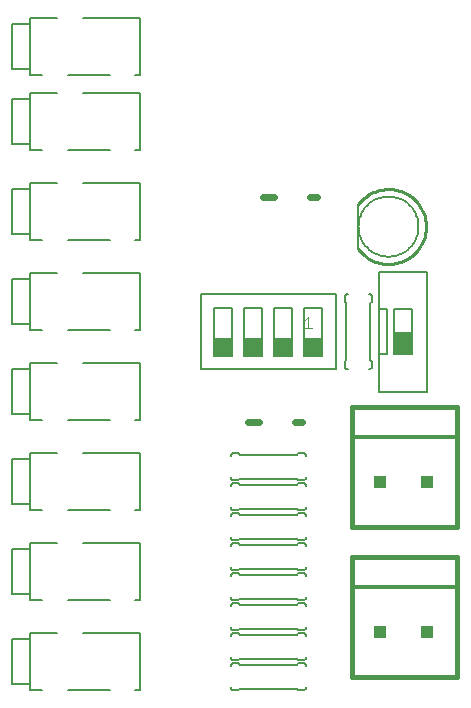
<source format=gto>
G75*
G70*
%OFA0B0*%
%FSLAX24Y24*%
%IPPOS*%
%LPD*%
%AMOC8*
5,1,8,0,0,1.08239X$1,22.5*
%
%ADD10C,0.0060*%
%ADD11C,0.0030*%
%ADD12R,0.0600X0.0600*%
%ADD13C,0.0080*%
%ADD14C,0.0100*%
%ADD15C,0.0240*%
%ADD16R,0.0600X0.0750*%
%ADD17C,0.0160*%
%ADD18C,0.0120*%
%ADD19R,0.0400X0.0400*%
D10*
X007525Y002150D02*
X007675Y002150D01*
X007725Y002200D01*
X009625Y002200D01*
X009675Y002150D01*
X009825Y002150D01*
X009842Y002152D01*
X009859Y002156D01*
X009875Y002163D01*
X009889Y002173D01*
X009902Y002186D01*
X009912Y002200D01*
X009919Y002216D01*
X009923Y002233D01*
X009925Y002250D01*
X009925Y002950D02*
X009923Y002967D01*
X009919Y002984D01*
X009912Y003000D01*
X009902Y003014D01*
X009889Y003027D01*
X009875Y003037D01*
X009859Y003044D01*
X009842Y003048D01*
X009825Y003050D01*
X009675Y003050D01*
X009625Y003000D01*
X007725Y003000D01*
X007675Y003050D01*
X007525Y003050D01*
X007508Y003048D01*
X007491Y003044D01*
X007475Y003037D01*
X007461Y003027D01*
X007448Y003014D01*
X007438Y003000D01*
X007431Y002984D01*
X007427Y002967D01*
X007425Y002950D01*
X007525Y003150D02*
X007675Y003150D01*
X007725Y003200D01*
X009625Y003200D01*
X009675Y003150D01*
X009825Y003150D01*
X009842Y003152D01*
X009859Y003156D01*
X009875Y003163D01*
X009889Y003173D01*
X009902Y003186D01*
X009912Y003200D01*
X009919Y003216D01*
X009923Y003233D01*
X009925Y003250D01*
X009925Y003950D02*
X009923Y003967D01*
X009919Y003984D01*
X009912Y004000D01*
X009902Y004014D01*
X009889Y004027D01*
X009875Y004037D01*
X009859Y004044D01*
X009842Y004048D01*
X009825Y004050D01*
X009675Y004050D01*
X009625Y004000D01*
X007725Y004000D01*
X007675Y004050D01*
X007525Y004050D01*
X007508Y004048D01*
X007491Y004044D01*
X007475Y004037D01*
X007461Y004027D01*
X007448Y004014D01*
X007438Y004000D01*
X007431Y003984D01*
X007427Y003967D01*
X007425Y003950D01*
X007525Y004150D02*
X007675Y004150D01*
X007725Y004200D01*
X009625Y004200D01*
X009675Y004150D01*
X009825Y004150D01*
X009842Y004152D01*
X009859Y004156D01*
X009875Y004163D01*
X009889Y004173D01*
X009902Y004186D01*
X009912Y004200D01*
X009919Y004216D01*
X009923Y004233D01*
X009925Y004250D01*
X009925Y004950D02*
X009923Y004967D01*
X009919Y004984D01*
X009912Y005000D01*
X009902Y005014D01*
X009889Y005027D01*
X009875Y005037D01*
X009859Y005044D01*
X009842Y005048D01*
X009825Y005050D01*
X009675Y005050D01*
X009625Y005000D01*
X007725Y005000D01*
X007675Y005050D01*
X007525Y005050D01*
X007508Y005048D01*
X007491Y005044D01*
X007475Y005037D01*
X007461Y005027D01*
X007448Y005014D01*
X007438Y005000D01*
X007431Y004984D01*
X007427Y004967D01*
X007425Y004950D01*
X007525Y005150D02*
X007675Y005150D01*
X007725Y005200D01*
X009625Y005200D01*
X009675Y005150D01*
X009825Y005150D01*
X009842Y005152D01*
X009859Y005156D01*
X009875Y005163D01*
X009889Y005173D01*
X009902Y005186D01*
X009912Y005200D01*
X009919Y005216D01*
X009923Y005233D01*
X009925Y005250D01*
X009925Y005950D02*
X009923Y005967D01*
X009919Y005984D01*
X009912Y006000D01*
X009902Y006014D01*
X009889Y006027D01*
X009875Y006037D01*
X009859Y006044D01*
X009842Y006048D01*
X009825Y006050D01*
X009675Y006050D01*
X009625Y006000D01*
X007725Y006000D01*
X007675Y006050D01*
X007525Y006050D01*
X007508Y006048D01*
X007491Y006044D01*
X007475Y006037D01*
X007461Y006027D01*
X007448Y006014D01*
X007438Y006000D01*
X007431Y005984D01*
X007427Y005967D01*
X007425Y005950D01*
X007525Y006150D02*
X007675Y006150D01*
X007725Y006200D01*
X009625Y006200D01*
X009675Y006150D01*
X009825Y006150D01*
X009842Y006152D01*
X009859Y006156D01*
X009875Y006163D01*
X009889Y006173D01*
X009902Y006186D01*
X009912Y006200D01*
X009919Y006216D01*
X009923Y006233D01*
X009925Y006250D01*
X009925Y006950D02*
X009923Y006967D01*
X009919Y006984D01*
X009912Y007000D01*
X009902Y007014D01*
X009889Y007027D01*
X009875Y007037D01*
X009859Y007044D01*
X009842Y007048D01*
X009825Y007050D01*
X009675Y007050D01*
X009625Y007000D01*
X007725Y007000D01*
X007675Y007050D01*
X007525Y007050D01*
X007508Y007048D01*
X007491Y007044D01*
X007475Y007037D01*
X007461Y007027D01*
X007448Y007014D01*
X007438Y007000D01*
X007431Y006984D01*
X007427Y006967D01*
X007425Y006950D01*
X007525Y007150D02*
X007675Y007150D01*
X007725Y007200D01*
X009625Y007200D01*
X009675Y007150D01*
X009825Y007150D01*
X009842Y007152D01*
X009859Y007156D01*
X009875Y007163D01*
X009889Y007173D01*
X009902Y007186D01*
X009912Y007200D01*
X009919Y007216D01*
X009923Y007233D01*
X009925Y007250D01*
X009925Y007950D02*
X009923Y007967D01*
X009919Y007984D01*
X009912Y008000D01*
X009902Y008014D01*
X009889Y008027D01*
X009875Y008037D01*
X009859Y008044D01*
X009842Y008048D01*
X009825Y008050D01*
X009675Y008050D01*
X009625Y008000D01*
X007725Y008000D01*
X007675Y008050D01*
X007525Y008050D01*
X007508Y008048D01*
X007491Y008044D01*
X007475Y008037D01*
X007461Y008027D01*
X007448Y008014D01*
X007438Y008000D01*
X007431Y007984D01*
X007427Y007967D01*
X007425Y007950D01*
X007525Y008150D02*
X007675Y008150D01*
X007725Y008200D01*
X009625Y008200D01*
X009675Y008150D01*
X009825Y008150D01*
X009842Y008152D01*
X009859Y008156D01*
X009875Y008163D01*
X009889Y008173D01*
X009902Y008186D01*
X009912Y008200D01*
X009919Y008216D01*
X009923Y008233D01*
X009925Y008250D01*
X009925Y008950D02*
X009923Y008967D01*
X009919Y008984D01*
X009912Y009000D01*
X009902Y009014D01*
X009889Y009027D01*
X009875Y009037D01*
X009859Y009044D01*
X009842Y009048D01*
X009825Y009050D01*
X009675Y009050D01*
X009625Y009000D01*
X007725Y009000D01*
X007675Y009050D01*
X007525Y009050D01*
X007508Y009048D01*
X007491Y009044D01*
X007475Y009037D01*
X007461Y009027D01*
X007448Y009014D01*
X007438Y009000D01*
X007431Y008984D01*
X007427Y008967D01*
X007425Y008950D01*
X007525Y009150D02*
X007675Y009150D01*
X007725Y009200D01*
X009625Y009200D01*
X009675Y009150D01*
X009825Y009150D01*
X009842Y009152D01*
X009859Y009156D01*
X009875Y009163D01*
X009889Y009173D01*
X009902Y009186D01*
X009912Y009200D01*
X009919Y009216D01*
X009923Y009233D01*
X009925Y009250D01*
X009925Y009950D02*
X009923Y009967D01*
X009919Y009984D01*
X009912Y010000D01*
X009902Y010014D01*
X009889Y010027D01*
X009875Y010037D01*
X009859Y010044D01*
X009842Y010048D01*
X009825Y010050D01*
X009675Y010050D01*
X009625Y010000D01*
X007725Y010000D01*
X007675Y010050D01*
X007525Y010050D01*
X007508Y010048D01*
X007491Y010044D01*
X007475Y010037D01*
X007461Y010027D01*
X007448Y010014D01*
X007438Y010000D01*
X007431Y009984D01*
X007427Y009967D01*
X007425Y009950D01*
X007425Y009250D02*
X007427Y009233D01*
X007431Y009216D01*
X007438Y009200D01*
X007448Y009186D01*
X007461Y009173D01*
X007475Y009163D01*
X007491Y009156D01*
X007508Y009152D01*
X007525Y009150D01*
X007425Y008250D02*
X007427Y008233D01*
X007431Y008216D01*
X007438Y008200D01*
X007448Y008186D01*
X007461Y008173D01*
X007475Y008163D01*
X007491Y008156D01*
X007508Y008152D01*
X007525Y008150D01*
X007425Y007250D02*
X007427Y007233D01*
X007431Y007216D01*
X007438Y007200D01*
X007448Y007186D01*
X007461Y007173D01*
X007475Y007163D01*
X007491Y007156D01*
X007508Y007152D01*
X007525Y007150D01*
X007425Y006250D02*
X007427Y006233D01*
X007431Y006216D01*
X007438Y006200D01*
X007448Y006186D01*
X007461Y006173D01*
X007475Y006163D01*
X007491Y006156D01*
X007508Y006152D01*
X007525Y006150D01*
X007425Y005250D02*
X007427Y005233D01*
X007431Y005216D01*
X007438Y005200D01*
X007448Y005186D01*
X007461Y005173D01*
X007475Y005163D01*
X007491Y005156D01*
X007508Y005152D01*
X007525Y005150D01*
X007425Y004250D02*
X007427Y004233D01*
X007431Y004216D01*
X007438Y004200D01*
X007448Y004186D01*
X007461Y004173D01*
X007475Y004163D01*
X007491Y004156D01*
X007508Y004152D01*
X007525Y004150D01*
X007425Y003250D02*
X007427Y003233D01*
X007431Y003216D01*
X007438Y003200D01*
X007448Y003186D01*
X007461Y003173D01*
X007475Y003163D01*
X007491Y003156D01*
X007508Y003152D01*
X007525Y003150D01*
X007425Y002250D02*
X007427Y002233D01*
X007431Y002216D01*
X007438Y002200D01*
X007448Y002186D01*
X007461Y002173D01*
X007475Y002163D01*
X007491Y002156D01*
X007508Y002152D01*
X007525Y002150D01*
X012375Y012100D02*
X012375Y013350D01*
X012625Y013350D01*
X012625Y014850D01*
X012375Y014850D01*
X012375Y013350D01*
X012125Y013100D02*
X012125Y012950D01*
X012123Y012933D01*
X012119Y012916D01*
X012112Y012900D01*
X012102Y012886D01*
X012089Y012873D01*
X012075Y012863D01*
X012059Y012856D01*
X012042Y012852D01*
X012025Y012850D01*
X012125Y013100D02*
X012075Y013150D01*
X012075Y015050D01*
X012125Y015100D01*
X012125Y015250D01*
X012123Y015267D01*
X012119Y015284D01*
X012112Y015300D01*
X012102Y015314D01*
X012089Y015327D01*
X012075Y015337D01*
X012059Y015344D01*
X012042Y015348D01*
X012025Y015350D01*
X012375Y014850D02*
X012375Y016100D01*
X013975Y016100D01*
X013975Y012100D01*
X012375Y012100D01*
X012875Y013350D02*
X013475Y013350D01*
X013475Y014850D01*
X012875Y014850D01*
X012875Y013350D01*
X011325Y012850D02*
X011308Y012852D01*
X011291Y012856D01*
X011275Y012863D01*
X011261Y012873D01*
X011248Y012886D01*
X011238Y012900D01*
X011231Y012916D01*
X011227Y012933D01*
X011225Y012950D01*
X011225Y013100D01*
X011275Y013150D01*
X011275Y015050D01*
X011225Y015100D01*
X011225Y015250D01*
X011227Y015267D01*
X011231Y015284D01*
X011238Y015300D01*
X011248Y015314D01*
X011261Y015327D01*
X011275Y015337D01*
X011291Y015344D01*
X011308Y015348D01*
X011325Y015350D01*
X010925Y015360D02*
X010925Y012840D01*
X006425Y012840D01*
X006425Y015360D01*
X010925Y015360D01*
X010475Y014900D02*
X010475Y013300D01*
X009875Y013300D01*
X009875Y014900D01*
X010475Y014900D01*
X009475Y014900D02*
X009475Y013300D01*
X008875Y013300D01*
X008875Y014900D01*
X009475Y014900D01*
X008475Y014900D02*
X008475Y013300D01*
X007875Y013300D01*
X007875Y014900D01*
X008475Y014900D01*
X007475Y014900D02*
X007475Y013300D01*
X006875Y013300D01*
X006875Y014900D01*
X007475Y014900D01*
X011675Y017600D02*
X011677Y017663D01*
X011683Y017725D01*
X011693Y017787D01*
X011706Y017849D01*
X011724Y017909D01*
X011745Y017968D01*
X011770Y018026D01*
X011799Y018082D01*
X011831Y018136D01*
X011866Y018188D01*
X011904Y018237D01*
X011946Y018285D01*
X011990Y018329D01*
X012038Y018371D01*
X012087Y018409D01*
X012139Y018444D01*
X012193Y018476D01*
X012249Y018505D01*
X012307Y018530D01*
X012366Y018551D01*
X012426Y018569D01*
X012488Y018582D01*
X012550Y018592D01*
X012612Y018598D01*
X012675Y018600D01*
X012738Y018598D01*
X012800Y018592D01*
X012862Y018582D01*
X012924Y018569D01*
X012984Y018551D01*
X013043Y018530D01*
X013101Y018505D01*
X013157Y018476D01*
X013211Y018444D01*
X013263Y018409D01*
X013312Y018371D01*
X013360Y018329D01*
X013404Y018285D01*
X013446Y018237D01*
X013484Y018188D01*
X013519Y018136D01*
X013551Y018082D01*
X013580Y018026D01*
X013605Y017968D01*
X013626Y017909D01*
X013644Y017849D01*
X013657Y017787D01*
X013667Y017725D01*
X013673Y017663D01*
X013675Y017600D01*
X013673Y017537D01*
X013667Y017475D01*
X013657Y017413D01*
X013644Y017351D01*
X013626Y017291D01*
X013605Y017232D01*
X013580Y017174D01*
X013551Y017118D01*
X013519Y017064D01*
X013484Y017012D01*
X013446Y016963D01*
X013404Y016915D01*
X013360Y016871D01*
X013312Y016829D01*
X013263Y016791D01*
X013211Y016756D01*
X013157Y016724D01*
X013101Y016695D01*
X013043Y016670D01*
X012984Y016649D01*
X012924Y016631D01*
X012862Y016618D01*
X012800Y016608D01*
X012738Y016602D01*
X012675Y016600D01*
X012612Y016602D01*
X012550Y016608D01*
X012488Y016618D01*
X012426Y016631D01*
X012366Y016649D01*
X012307Y016670D01*
X012249Y016695D01*
X012193Y016724D01*
X012139Y016756D01*
X012087Y016791D01*
X012038Y016829D01*
X011990Y016871D01*
X011946Y016915D01*
X011904Y016963D01*
X011866Y017012D01*
X011831Y017064D01*
X011799Y017118D01*
X011770Y017174D01*
X011745Y017232D01*
X011724Y017291D01*
X011706Y017351D01*
X011693Y017413D01*
X011683Y017475D01*
X011677Y017537D01*
X011675Y017600D01*
D11*
X009996Y014585D02*
X009996Y014215D01*
X010119Y014215D02*
X009872Y014215D01*
X009872Y014462D02*
X009996Y014585D01*
D12*
X010175Y013600D03*
X009175Y013600D03*
X008175Y013600D03*
X007175Y013600D03*
D13*
X001142Y002155D02*
X000731Y002155D01*
X000731Y004045D01*
X001642Y004045D01*
X001981Y005155D02*
X003392Y005155D01*
X004231Y005155D02*
X004392Y005155D01*
X004392Y007045D01*
X002481Y007045D01*
X001981Y008155D02*
X003392Y008155D01*
X004231Y008155D02*
X004392Y008155D01*
X004392Y010045D01*
X002481Y010045D01*
X001981Y011155D02*
X003392Y011155D01*
X004231Y011155D02*
X004392Y011155D01*
X004392Y013045D01*
X002481Y013045D01*
X001981Y014155D02*
X003392Y014155D01*
X004231Y014155D02*
X004392Y014155D01*
X004392Y016045D01*
X002481Y016045D01*
X001981Y017155D02*
X003392Y017155D01*
X004231Y017155D02*
X004392Y017155D01*
X004392Y019045D01*
X002481Y019045D01*
X001981Y020155D02*
X003392Y020155D01*
X004231Y020155D02*
X004392Y020155D01*
X004392Y022045D01*
X002481Y022045D01*
X001981Y022655D02*
X003392Y022655D01*
X004231Y022655D02*
X004392Y022655D01*
X004392Y024545D01*
X002481Y024545D01*
X001642Y024545D02*
X000731Y024545D01*
X000731Y022655D01*
X001142Y022655D01*
X000691Y022852D02*
X000140Y022852D01*
X000140Y024348D01*
X000691Y024348D01*
X000731Y022045D02*
X001642Y022045D01*
X000731Y022045D02*
X000731Y020155D01*
X001142Y020155D01*
X000691Y020352D02*
X000140Y020352D01*
X000140Y021848D01*
X000691Y021848D01*
X000731Y019045D02*
X001642Y019045D01*
X000731Y019045D02*
X000731Y017155D01*
X001142Y017155D01*
X000691Y017352D02*
X000140Y017352D01*
X000140Y018848D01*
X000691Y018848D01*
X000731Y016045D02*
X001642Y016045D01*
X000731Y016045D02*
X000731Y014155D01*
X001142Y014155D01*
X000691Y014352D02*
X000140Y014352D01*
X000140Y015848D01*
X000691Y015848D01*
X000731Y013045D02*
X001642Y013045D01*
X000731Y013045D02*
X000731Y011155D01*
X001142Y011155D01*
X000691Y011352D02*
X000140Y011352D01*
X000140Y012848D01*
X000691Y012848D01*
X000731Y010045D02*
X001642Y010045D01*
X000731Y010045D02*
X000731Y008155D01*
X001142Y008155D01*
X000691Y008352D02*
X000140Y008352D01*
X000140Y009848D01*
X000691Y009848D01*
X000731Y007045D02*
X001642Y007045D01*
X000731Y007045D02*
X000731Y005155D01*
X001142Y005155D01*
X000691Y005352D02*
X000140Y005352D01*
X000140Y006848D01*
X000691Y006848D01*
X000691Y003848D02*
X000140Y003848D01*
X000140Y002352D01*
X000691Y002352D01*
X001981Y002155D02*
X003392Y002155D01*
X004231Y002155D02*
X004392Y002155D01*
X004392Y004045D01*
X002481Y004045D01*
X011675Y016850D02*
X011675Y018350D01*
D14*
X011718Y018404D01*
X011764Y018456D01*
X011813Y018505D01*
X011865Y018552D01*
X011919Y018595D01*
X011975Y018636D01*
X012034Y018673D01*
X012094Y018707D01*
X012157Y018737D01*
X012220Y018764D01*
X012286Y018788D01*
X012352Y018808D01*
X012420Y018824D01*
X012488Y018836D01*
X012557Y018844D01*
X012626Y018849D01*
X012696Y018850D01*
X012765Y018847D01*
X012834Y018840D01*
X012902Y018829D01*
X012970Y018815D01*
X013037Y018796D01*
X013103Y018774D01*
X013168Y018749D01*
X013231Y018720D01*
X013292Y018687D01*
X013351Y018651D01*
X013408Y018612D01*
X013464Y018570D01*
X013516Y018525D01*
X013566Y018477D01*
X013613Y018426D01*
X013658Y018372D01*
X013699Y018317D01*
X013737Y018259D01*
X013772Y018199D01*
X013804Y018137D01*
X013832Y018074D01*
X013856Y018009D01*
X013877Y017943D01*
X013894Y017875D01*
X013908Y017807D01*
X013917Y017738D01*
X013923Y017669D01*
X013925Y017600D01*
X013923Y017531D01*
X013917Y017462D01*
X013908Y017393D01*
X013894Y017325D01*
X013877Y017257D01*
X013856Y017191D01*
X013832Y017126D01*
X013804Y017063D01*
X013772Y017001D01*
X013737Y016941D01*
X013699Y016883D01*
X013658Y016828D01*
X013613Y016774D01*
X013566Y016723D01*
X013516Y016675D01*
X013464Y016630D01*
X013408Y016588D01*
X013351Y016549D01*
X013292Y016513D01*
X013231Y016480D01*
X013168Y016451D01*
X013103Y016426D01*
X013037Y016404D01*
X012970Y016385D01*
X012902Y016371D01*
X012834Y016360D01*
X012765Y016353D01*
X012696Y016350D01*
X012626Y016351D01*
X012557Y016356D01*
X012488Y016364D01*
X012420Y016376D01*
X012352Y016392D01*
X012286Y016412D01*
X012220Y016436D01*
X012157Y016463D01*
X012094Y016493D01*
X012034Y016527D01*
X011975Y016564D01*
X011919Y016605D01*
X011865Y016648D01*
X011813Y016695D01*
X011764Y016744D01*
X011718Y016796D01*
X011675Y016850D01*
D15*
X010305Y018600D02*
X010045Y018600D01*
X008855Y018600D02*
X008495Y018600D01*
X008355Y011100D02*
X007995Y011100D01*
X009545Y011100D02*
X009805Y011100D01*
D16*
X013175Y013725D03*
D17*
X011475Y011600D02*
X011475Y010600D01*
X011475Y007600D01*
X014975Y007600D01*
X014975Y010600D01*
X014975Y011600D01*
X011475Y011600D01*
X011475Y006600D02*
X011475Y005600D01*
X011475Y002600D01*
X014975Y002600D01*
X014975Y005600D01*
X014975Y006600D01*
X011475Y006600D01*
D18*
X011475Y005600D02*
X014975Y005600D01*
X014975Y010600D02*
X011475Y010600D01*
D19*
X012395Y009100D03*
X013955Y009100D03*
X013955Y004100D03*
X012395Y004100D03*
M02*

</source>
